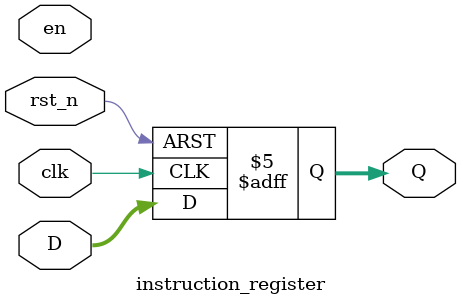
<source format=v>
module instruction_register (
	input clk,
	input en,
	input [31:0] D,
	input rst_n,
	output reg [31:0] Q);

	always @ (posedge clk or negedge rst_n) begin
		if (!rst_n)
			Q <= 32'b0;
		else begin
			if (en)
				Q <= D;
			else
				Q <= D;
		end
	end

endmodule // instruction_register
</source>
